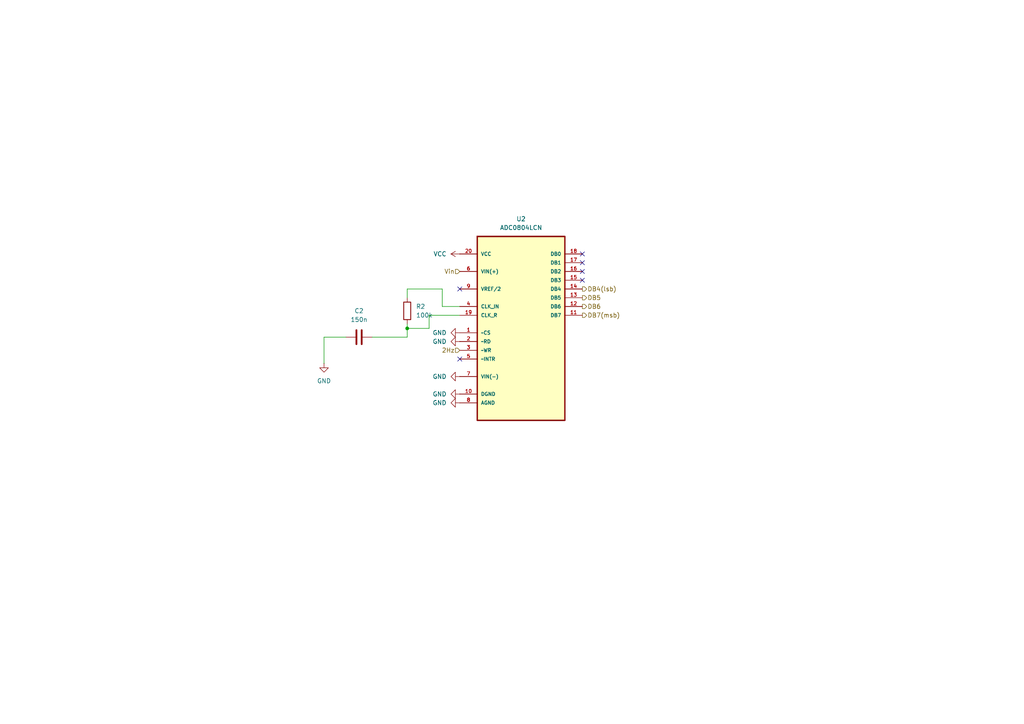
<source format=kicad_sch>
(kicad_sch (version 20250114) (generator "eeschema") (generator_version "9.0")
  (paper "A4")
  (lib_symbols
    (symbol "ADC0804LCN:ADC0804LCN" (pin_names (offset 1.016))
      (property "Reference" "U" (at -5.8785 24.6338 0))
      (property "Value" "ADC0804LCN" (at -5.1859 -33.4032 0))
      (symbol "ADC0804LCN_0_0"
        (rectangle (start -12.7 -30.48) (end 12.7 22.86) (stroke (width 0.4064)) (fill (type background)))
        (pin power_in line (at -17.78 17.78 0) (length 5.08) (name "VCC") (number "20"))
        (pin power_in line (at -17.78 12.7 0) (length 5.08) (name "VIN(+)") (number "6"))
        (pin input line (at -17.78 7.62 0) (length 5.08) (name "VREF/2") (number "9"))
        (pin input line (at -17.78 2.54 0) (length 5.08) (name "CLK_IN") (number "4"))
        (pin input line (at -17.78 0 0) (length 5.08) (name "CLK_R") (number "19"))
        (pin input line (at -17.78 -5.08 0) (length 5.08) (name "~CS") (number "1"))
        (pin input line (at -17.78 -7.62 0) (length 5.08) (name "~RD") (number "2"))
        (pin input line (at -17.78 -10.16 0) (length 5.08) (name "~WR") (number "3"))
        (pin input line (at -17.78 -12.7 0) (length 5.08) (name "~INTR") (number "5"))
        (pin power_in line (at -17.78 -17.78 0) (length 5.08) (name "VIN(-)") (number "7"))
        (pin passive line (at -17.78 -22.86 0) (length 5.08) (name "DGND") (number "10"))
        (pin passive line (at -17.78 -25.4 0) (length 5.08) (name "AGND") (number "8"))
        (pin passive line (at 17.78 17.78 180) (length 5.08) (name "DB0") (number "18"))
        (pin passive line (at 17.78 15.24 180) (length 5.08) (name "DB1") (number "17"))
        (pin passive line (at 17.78 12.7 180) (length 5.08) (name "DB2") (number "16"))
        (pin passive line (at 17.78 10.16 180) (length 5.08) (name "DB3") (number "15"))
        (pin passive line (at 17.78 7.62 180) (length 5.08) (name "DB4") (number "14"))
        (pin passive line (at 17.78 5.08 180) (length 5.08) (name "DB5") (number "13"))
        (pin passive line (at 17.78 2.54 180) (length 5.08) (name "DB6") (number "12"))
        (pin passive line (at 17.78 0 180) (length 5.08) (name "DB7") (number "11"))
      )
    )
    (symbol "Device:C" (pin_numbers (hide yes)) (pin_names (offset 0.254))
      (property "Reference" "C" (at 0.635 2.54 0))
      (property "Value" "C" (at 0.635 -2.54 0))
      (symbol "C_0_1"
        (polyline (pts (xy -2.032 0.762) (xy 2.032 0.762)) (stroke (width 0.508)))
        (polyline (pts (xy -2.032 -0.762) (xy 2.032 -0.762)) (stroke (width 0.508)))
      )
      (symbol "C_1_1"
        (pin passive line (at 0 3.81 270) (length 2.794) (name "~") (number "1"))
        (pin passive line (at 0 -3.81 90) (length 2.794) (name "~") (number "2"))
      )
    )
    (symbol "Device:R" (pin_numbers (hide yes)) (pin_names (offset 0))
      (property "Reference" "R" (at 2.032 0 90))
      (property "Value" "R" (at 0 0 90))
      (symbol "R_0_1"
        (rectangle (start -1.016 -2.54) (end 1.016 2.54) (stroke (width 0.254)))
      )
      (symbol "R_1_1"
        (pin passive line (at 0 3.81 270) (length 1.27) (name "~") (number "1"))
        (pin passive line (at 0 -3.81 90) (length 1.27) (name "~") (number "2"))
      )
    )
    (symbol "power:GND" (power) (pin_numbers (hide yes)) (pin_names (offset 0) (hide yes))
      (property "Value" "GND" (at 0 -3.81 0))
      (symbol "GND_0_1"
        (polyline (pts (xy 0 0) (xy 0 -1.27) (xy 1.27 -1.27) (xy 0 -2.54) (xy -1.27 -1.27) (xy 0 -1.27)))
      )
      (symbol "GND_1_1"
        (pin power_in line (at 0 0 270) (length 0) (name "~") (number "1"))
      )
    )
    (symbol "power:VCC" (power) (pin_numbers (hide yes)) (pin_names (offset 0) (hide yes))
      (property "Value" "VCC" (at 0 3.556 0))
      (symbol "VCC_0_1"
        (polyline (pts (xy -0.762 1.27) (xy 0 2.54)))
        (polyline (pts (xy 0 2.54) (xy 0.762 1.27)))
        (polyline (pts (xy 0 0) (xy 0 2.54)))
      )
      (symbol "VCC_1_1"
        (pin power_in line (at 0 0 90) (length 0) (name "~") (number "1"))
      )
    )
  )
  (junction (at 118.11 95.25))
  (no_connect (at 168.91 73.66))
  (no_connect (at 168.91 81.28))
  (no_connect (at 133.35 83.82))
  (no_connect (at 168.91 76.2))
  (no_connect (at 168.91 78.74))
  (no_connect (at 133.35 104.14))
  (wire (pts (xy 118.11 95.25) (xy 124.46 95.25)))
  (wire (pts (xy 124.46 91.44) (xy 133.35 91.44)))
  (wire (pts (xy 118.11 97.79) (xy 118.11 95.25)))
  (wire (pts (xy 118.11 95.25) (xy 118.11 93.98)))
  (wire (pts (xy 93.98 105.41) (xy 93.98 97.79)))
  (wire (pts (xy 128.27 88.9) (xy 133.35 88.9)))
  (wire (pts (xy 118.11 83.82) (xy 128.27 83.82)))
  (wire (pts (xy 118.11 86.36) (xy 118.11 83.82)))
  (wire (pts (xy 128.27 83.82) (xy 128.27 88.9)))
  (wire (pts (xy 107.95 97.79) (xy 118.11 97.79)))
  (wire (pts (xy 93.98 97.79) (xy 100.33 97.79)))
  (wire (pts (xy 124.46 95.25) (xy 124.46 91.44)))
  (hierarchical_label "DB4(lsb)" (shape output) (at 168.91 83.82 0))
  (hierarchical_label "DB6" (shape output) (at 168.91 88.9 0))
  (hierarchical_label "Vin" (shape input) (at 133.35 78.74 180))
  (hierarchical_label "DB7(msb)" (shape output) (at 168.91 91.44 0))
  (hierarchical_label "DB5" (shape output) (at 168.91 86.36 0))
  (hierarchical_label "2Hz" (shape input) (at 133.35 101.6 180))
  (symbol (lib_id "power:GND") (at 93.98 105.41 0) (unit 1)
    (property "Reference" "#PWR07" (effects (hide yes)))
    (property "Value" "GND" (at 93.98 110.49 0))
    (property "Description" "Power symbol creates a global label with name \"GND\" , ground" (effects (hide yes)))
  )
  (symbol (lib_id "power:GND") (at 133.35 109.22 270) (unit 1)
    (property "Reference" "#PWR0103" (effects (hide yes)))
    (property "Value" "GND" (at 129.54 109.2199 90) (effects (justify right)))
    (property "Description" "Power symbol creates a global label with name \"GND\" , ground" (effects (hide yes)))
  )
  (symbol (lib_id "power:GND") (at 133.35 96.52 270) (unit 1)
    (property "Reference" "#PWR0101" (effects (hide yes)))
    (property "Value" "GND" (at 129.54 96.5199 90) (effects (justify right)))
    (property "Description" "Power symbol creates a global label with name \"GND\" , ground" (effects (hide yes)))
  )
  (symbol (lib_id "Device:C") (at 104.14 97.79 90) (unit 1)
    (property "Reference" "C2" (at 104.14 90.17 90))
    (property "Value" "150n" (at 104.14 92.71 90))
    (property "Description" "Unpolarized capacitor" (effects (hide yes)))
  )
  (symbol (lib_id "power:GND") (at 133.35 99.06 270) (unit 1)
    (property "Reference" "#PWR0102" (effects (hide yes)))
    (property "Value" "GND" (at 129.54 99.0599 90) (effects (justify right)))
    (property "Description" "Power symbol creates a global label with name \"GND\" , ground" (effects (hide yes)))
  )
  (symbol (lib_id "ADC0804LCN:ADC0804LCN") (at 151.13 91.44 0) (unit 1)
    (property "Reference" "U2" (at 151.13 63.5 0))
    (property "Value" "ADC0804LCN" (at 151.13 66.04 0))
    (property "Footprint" "ADC0804LCN:DIP254P762X508-20" (effects (hide yes)))
    (property "MF" "Renesas Electronics" (effects (hide yes)))
    (property "Description_1" "8 Bit Analog to Digital Converter 1 Input 1 SAR 20-PDIP" (effects (hide yes)))
    (property "PACKAGE" "20-DIP" (effects (hide yes)))
    (property "MPN" "ADC0804LCN" (effects (hide yes)))
    (property "Price" "None" (effects (hide yes)))
    (property "Package" "DIP-20 Analog Devices" (effects (hide yes)))
    (property "OC_FARNELL" "9486593" (effects (hide yes)))
    (property "SnapEDA_Link" "https://www.snapeda.com/parts/ADC0804-LCN/Renesas/view-part/?ref=snap" (effects (hide yes)))
    (property "MP" "ADC0804-LCN" (effects (hide yes)))
    (property "SUPPLIER" "National Semiconductor" (effects (hide yes)))
    (property "OC_NEWARK" "07B4596" (effects (hide yes)))
    (property "Availability" "In Stock" (effects (hide yes)))
    (property "Check_prices" "https://www.snapeda.com/parts/ADC0804-LCN/Renesas/view-part/?ref=eda" (effects (hide yes)))
  )
  (symbol (lib_id "power:GND") (at 133.35 116.84 270) (unit 1)
    (property "Reference" "#PWR04" (effects (hide yes)))
    (property "Value" "GND" (at 129.54 116.8399 90) (effects (justify right)))
    (property "Description" "Power symbol creates a global label with name \"GND\" , ground" (effects (hide yes)))
  )
  (symbol (lib_id "power:GND") (at 133.35 114.3 270) (unit 1)
    (property "Reference" "#PWR05" (effects (hide yes)))
    (property "Value" "GND" (at 129.54 114.2999 90) (effects (justify right)))
    (property "Description" "Power symbol creates a global label with name \"GND\" , ground" (effects (hide yes)))
  )
  (symbol (lib_id "Device:R") (at 118.11 90.17 0) (unit 1)
    (property "Reference" "R2" (at 120.65 88.8999 0) (effects (justify left)))
    (property "Value" "100k" (at 120.65 91.4399 0) (effects (justify left)))
    (property "Description" "Resistor" (effects (hide yes)))
  )
  (symbol (lib_id "power:VCC") (at 133.35 73.66 90) (unit 1)
    (property "Reference" "#PWR06" (effects (hide yes)))
    (property "Value" "VCC" (at 129.54 73.6599 90) (effects (justify left)))
    (property "Description" "Power symbol creates a global label with name \"VCC\"" (effects (hide yes)))
  )
)
</source>
